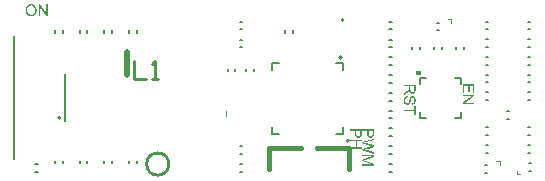
<source format=gto>
G04*
G04 #@! TF.GenerationSoftware,Altium Limited,Altium Designer,21.6.1 (37)*
G04*
G04 Layer_Color=65535*
%FSLAX44Y44*%
%MOMM*%
G71*
G04*
G04 #@! TF.SameCoordinates,9FB014CB-82BC-4BCF-9562-701BA5A7175F*
G04*
G04*
G04 #@! TF.FilePolarity,Positive*
G04*
G01*
G75*
%ADD10C,0.0100*%
%ADD11C,0.4000*%
%ADD12C,0.2000*%
%ADD13C,0.2540*%
%ADD14C,0.0000*%
%ADD15C,0.1270*%
%ADD16C,0.1524*%
%ADD17C,0.5000*%
%ADD18C,0.1000*%
G36*
X569325Y360902D02*
X573295D01*
Y357092D01*
X569325D01*
Y360902D01*
D02*
G37*
G36*
X618755Y342537D02*
X617599D01*
Y348303D01*
X614625D01*
Y342904D01*
X613469D01*
Y348303D01*
X610156D01*
Y342312D01*
X609000D01*
Y349600D01*
X618755D01*
Y342537D01*
D02*
G37*
G36*
Y339211D02*
X611086Y334093D01*
X618755D01*
Y332853D01*
X609000D01*
Y334192D01*
X616655Y339295D01*
X609000D01*
Y340536D01*
X618755D01*
Y339211D01*
D02*
G37*
G36*
X568924Y344675D02*
X568910Y344562D01*
Y344435D01*
X568896Y344139D01*
X568854Y343829D01*
X568811Y343491D01*
X568741Y343181D01*
X568699Y343026D01*
X568656Y342899D01*
Y342884D01*
X568642Y342870D01*
X568600Y342786D01*
X568544Y342659D01*
X568445Y342504D01*
X568318Y342335D01*
X568149Y342151D01*
X567952Y341982D01*
X567726Y341813D01*
X567712D01*
X567698Y341799D01*
X567613Y341743D01*
X567472Y341686D01*
X567289Y341602D01*
X567078Y341531D01*
X566824Y341461D01*
X566556Y341418D01*
X566260Y341404D01*
X566246D01*
X566218D01*
X566161D01*
X566091Y341418D01*
X565992D01*
X565893Y341432D01*
X565654Y341489D01*
X565372Y341573D01*
X565076Y341686D01*
X564780Y341855D01*
X564639Y341968D01*
X564498Y342081D01*
X564484Y342095D01*
X564470Y342109D01*
X564427Y342151D01*
X564385Y342208D01*
X564329Y342278D01*
X564272Y342363D01*
X564202Y342476D01*
X564117Y342589D01*
X564047Y342729D01*
X563976Y342884D01*
X563892Y343054D01*
X563821Y343237D01*
X563765Y343448D01*
X563694Y343660D01*
X563652Y343899D01*
X563610Y344153D01*
X563596Y344125D01*
X563567Y344069D01*
X563511Y343984D01*
X563455Y343871D01*
X563300Y343618D01*
X563201Y343491D01*
X563116Y343378D01*
X563088Y343350D01*
X563018Y343279D01*
X562905Y343166D01*
X562764Y343026D01*
X562566Y342870D01*
X562355Y342687D01*
X562101Y342504D01*
X561819Y342307D01*
X559169Y340629D01*
Y342236D01*
X561199Y343519D01*
X561213D01*
X561241Y343547D01*
X561284Y343575D01*
X561340Y343618D01*
X561495Y343716D01*
X561693Y343843D01*
X561904Y343998D01*
X562130Y344153D01*
X562341Y344308D01*
X562538Y344449D01*
X562552Y344463D01*
X562609Y344506D01*
X562693Y344576D01*
X562792Y344675D01*
X563004Y344886D01*
X563102Y344999D01*
X563187Y345112D01*
X563201Y345126D01*
X563215Y345154D01*
X563243Y345210D01*
X563285Y345295D01*
X563328Y345380D01*
X563370Y345478D01*
X563441Y345704D01*
Y345718D01*
X563455Y345746D01*
Y345803D01*
X563469Y345873D01*
X563483Y345972D01*
Y346085D01*
X563497Y346240D01*
Y347903D01*
X559169D01*
Y349200D01*
X568924D01*
Y344675D01*
D02*
G37*
G36*
X562411Y338599D02*
X562397D01*
X562383D01*
X562341Y338585D01*
X562285D01*
X562158Y338557D01*
X561974Y338514D01*
X561791Y338458D01*
X561580Y338402D01*
X561382Y338303D01*
X561199Y338204D01*
X561185Y338190D01*
X561129Y338148D01*
X561030Y338077D01*
X560931Y337965D01*
X560804Y337824D01*
X560677Y337669D01*
X560551Y337457D01*
X560438Y337232D01*
Y337217D01*
X560424Y337203D01*
X560410Y337161D01*
X560396Y337119D01*
X560353Y336978D01*
X560297Y336795D01*
X560241Y336569D01*
X560198Y336315D01*
X560170Y336033D01*
X560156Y335723D01*
Y335596D01*
X560170Y335455D01*
X560184Y335286D01*
X560212Y335089D01*
X560241Y334863D01*
X560297Y334638D01*
X560367Y334426D01*
X560382Y334398D01*
X560410Y334328D01*
X560466Y334229D01*
X560522Y334102D01*
X560621Y333975D01*
X560720Y333834D01*
X560833Y333693D01*
X560974Y333581D01*
X560988Y333566D01*
X561044Y333538D01*
X561115Y333496D01*
X561227Y333439D01*
X561340Y333383D01*
X561481Y333341D01*
X561636Y333313D01*
X561805Y333298D01*
X561819D01*
X561890D01*
X561974Y333313D01*
X562087Y333327D01*
X562200Y333369D01*
X562341Y333411D01*
X562482Y333482D01*
X562609Y333581D01*
X562623Y333595D01*
X562665Y333637D01*
X562722Y333693D01*
X562806Y333792D01*
X562891Y333905D01*
X562989Y334060D01*
X563088Y334243D01*
X563173Y334454D01*
X563187Y334469D01*
X563201Y334539D01*
X563243Y334652D01*
X563257Y334722D01*
X563285Y334821D01*
X563328Y334920D01*
X563356Y335047D01*
X563398Y335187D01*
X563441Y335357D01*
X563483Y335526D01*
X563539Y335723D01*
X563596Y335949D01*
X563652Y336188D01*
Y336203D01*
X563666Y336245D01*
X563680Y336315D01*
X563708Y336400D01*
X563737Y336513D01*
X563765Y336640D01*
X563849Y336922D01*
X563948Y337232D01*
X564047Y337556D01*
X564145Y337838D01*
X564202Y337965D01*
X564258Y338077D01*
Y338092D01*
X564272Y338106D01*
X564329Y338190D01*
X564399Y338317D01*
X564512Y338458D01*
X564639Y338627D01*
X564794Y338796D01*
X564977Y338965D01*
X565174Y339106D01*
X565203Y339121D01*
X565273Y339163D01*
X565386Y339219D01*
X565527Y339276D01*
X565710Y339332D01*
X565922Y339389D01*
X566147Y339431D01*
X566387Y339445D01*
X566401D01*
X566415D01*
X566457D01*
X566514D01*
X566655Y339417D01*
X566838Y339389D01*
X567049Y339346D01*
X567289Y339276D01*
X567529Y339177D01*
X567768Y339036D01*
X567782D01*
X567797Y339022D01*
X567881Y338951D01*
X567994Y338853D01*
X568135Y338726D01*
X568290Y338557D01*
X568459Y338345D01*
X568614Y338092D01*
X568755Y337810D01*
Y337795D01*
X568769Y337767D01*
X568783Y337725D01*
X568811Y337669D01*
X568840Y337598D01*
X568868Y337500D01*
X568924Y337288D01*
X568981Y337020D01*
X569037Y336710D01*
X569079Y336386D01*
X569093Y336019D01*
Y335836D01*
X569079Y335737D01*
Y335639D01*
X569051Y335371D01*
X569009Y335075D01*
X568938Y334765D01*
X568854Y334426D01*
X568741Y334116D01*
Y334102D01*
X568727Y334074D01*
X568699Y334032D01*
X568671Y333975D01*
X568600Y333834D01*
X568473Y333651D01*
X568332Y333439D01*
X568149Y333228D01*
X567938Y333031D01*
X567698Y332847D01*
X567684D01*
X567670Y332833D01*
X567627Y332805D01*
X567585Y332777D01*
X567444Y332706D01*
X567261Y332622D01*
X567035Y332523D01*
X566767Y332453D01*
X566485Y332382D01*
X566175Y332354D01*
X566077Y333595D01*
X566091D01*
X566119D01*
X566161Y333609D01*
X566232Y333623D01*
X566387Y333665D01*
X566598Y333722D01*
X566824Y333806D01*
X567049Y333933D01*
X567261Y334088D01*
X567458Y334285D01*
X567472Y334314D01*
X567529Y334384D01*
X567613Y334525D01*
X567698Y334708D01*
X567782Y334948D01*
X567867Y335230D01*
X567923Y335582D01*
X567938Y335977D01*
Y336174D01*
X567923Y336259D01*
X567909Y336372D01*
X567881Y336625D01*
X567825Y336907D01*
X567754Y337189D01*
X567641Y337457D01*
X567571Y337570D01*
X567500Y337683D01*
X567486Y337711D01*
X567430Y337767D01*
X567331Y337852D01*
X567219Y337937D01*
X567063Y338035D01*
X566894Y338120D01*
X566697Y338176D01*
X566471Y338204D01*
X566443D01*
X566387D01*
X566288Y338190D01*
X566175Y338162D01*
X566034Y338120D01*
X565893Y338049D01*
X565752Y337965D01*
X565611Y337838D01*
X565597Y337824D01*
X565555Y337753D01*
X565513Y337697D01*
X565485Y337640D01*
X565442Y337556D01*
X565386Y337457D01*
X565344Y337330D01*
X565287Y337189D01*
X565231Y337034D01*
X565160Y336851D01*
X565104Y336654D01*
X565033Y336428D01*
X564977Y336174D01*
X564907Y335892D01*
Y335878D01*
X564893Y335822D01*
X564878Y335737D01*
X564850Y335639D01*
X564822Y335512D01*
X564780Y335357D01*
X564738Y335202D01*
X564695Y335033D01*
X564596Y334666D01*
X564498Y334314D01*
X564441Y334144D01*
X564385Y333989D01*
X564343Y333848D01*
X564286Y333736D01*
Y333722D01*
X564272Y333693D01*
X564244Y333651D01*
X564216Y333595D01*
X564131Y333439D01*
X564019Y333256D01*
X563863Y333045D01*
X563694Y332833D01*
X563497Y332636D01*
X563285Y332467D01*
X563257Y332453D01*
X563187Y332396D01*
X563060Y332340D01*
X562891Y332255D01*
X562693Y332185D01*
X562454Y332114D01*
X562186Y332072D01*
X561904Y332058D01*
X561890D01*
X561876D01*
X561833D01*
X561777D01*
X561622Y332086D01*
X561425Y332114D01*
X561199Y332171D01*
X560960Y332241D01*
X560706Y332354D01*
X560438Y332509D01*
X560424D01*
X560410Y332523D01*
X560325Y332594D01*
X560198Y332692D01*
X560057Y332833D01*
X559888Y333017D01*
X559705Y333242D01*
X559536Y333496D01*
X559381Y333792D01*
Y333806D01*
X559366Y333834D01*
X559352Y333876D01*
X559324Y333933D01*
X559296Y334017D01*
X559254Y334116D01*
X559197Y334342D01*
X559127Y334610D01*
X559056Y334934D01*
X559014Y335286D01*
X559000Y335667D01*
Y335892D01*
X559014Y336005D01*
Y336132D01*
X559028Y336273D01*
X559042Y336442D01*
X559099Y336795D01*
X559155Y337161D01*
X559254Y337528D01*
X559381Y337880D01*
Y337894D01*
X559395Y337922D01*
X559423Y337965D01*
X559451Y338021D01*
X559536Y338190D01*
X559663Y338388D01*
X559832Y338613D01*
X560029Y338853D01*
X560269Y339078D01*
X560536Y339290D01*
X560551D01*
X560579Y339318D01*
X560621Y339332D01*
X560677Y339374D01*
X560748Y339403D01*
X560833Y339445D01*
X561044Y339543D01*
X561312Y339642D01*
X561608Y339727D01*
X561946Y339783D01*
X562299Y339811D01*
X562411Y338599D01*
D02*
G37*
G36*
X568924Y323290D02*
X567768D01*
Y326504D01*
X559169D01*
Y327801D01*
X567768D01*
Y331015D01*
X568924D01*
Y323290D01*
D02*
G37*
G36*
X533768Y307637D02*
X533754Y307425D01*
X533739Y307185D01*
X533725Y306932D01*
X533697Y306692D01*
X533669Y306481D01*
Y306452D01*
X533641Y306354D01*
X533613Y306227D01*
X533570Y306058D01*
X533500Y305874D01*
X533415Y305677D01*
X533316Y305466D01*
X533204Y305282D01*
X533190Y305254D01*
X533147Y305198D01*
X533063Y305113D01*
X532964Y305000D01*
X532837Y304874D01*
X532668Y304747D01*
X532485Y304606D01*
X532273Y304493D01*
X532245Y304479D01*
X532175Y304451D01*
X532048Y304394D01*
X531879Y304338D01*
X531681Y304296D01*
X531456Y304239D01*
X531202Y304211D01*
X530934Y304197D01*
X530920D01*
X530878D01*
X530821D01*
X530723Y304211D01*
X530624Y304225D01*
X530497Y304239D01*
X530356Y304267D01*
X530201Y304296D01*
X529877Y304394D01*
X529708Y304451D01*
X529524Y304535D01*
X529341Y304634D01*
X529172Y304732D01*
X529003Y304859D01*
X528834Y305000D01*
X528820Y305014D01*
X528791Y305043D01*
X528749Y305085D01*
X528707Y305155D01*
X528636Y305240D01*
X528566Y305353D01*
X528481Y305494D01*
X528411Y305649D01*
X528326Y305832D01*
X528242Y306043D01*
X528171Y306269D01*
X528115Y306537D01*
X528058Y306819D01*
X528016Y307129D01*
X527988Y307481D01*
X527974Y307848D01*
Y310343D01*
X524012D01*
Y311640D01*
X533768D01*
Y307637D01*
D02*
G37*
G36*
Y302111D02*
X527368Y300658D01*
X527354D01*
X527325Y300644D01*
X527269Y300630D01*
X527198Y300616D01*
X527100Y300602D01*
X527001Y300574D01*
X526874Y300546D01*
X526733Y300518D01*
X526437Y300447D01*
X526099Y300376D01*
X525732Y300306D01*
X525366Y300236D01*
X525380D01*
X525436Y300222D01*
X525507Y300193D01*
X525620Y300179D01*
X525732Y300151D01*
X525873Y300109D01*
X526183Y300038D01*
X526493Y299954D01*
X526649Y299925D01*
X526790Y299883D01*
X526916Y299855D01*
X527029Y299827D01*
X527114Y299799D01*
X527170Y299785D01*
X533768Y297938D01*
Y296373D01*
X528820Y294991D01*
X528805D01*
X528735Y294963D01*
X528636Y294935D01*
X528509Y294907D01*
X528340Y294865D01*
X528157Y294808D01*
X527946Y294752D01*
X527706Y294695D01*
X527438Y294625D01*
X527170Y294569D01*
X526592Y294442D01*
X525986Y294315D01*
X525366Y294216D01*
X525380D01*
X525408Y294202D01*
X525465D01*
X525535Y294174D01*
X525620Y294160D01*
X525718Y294132D01*
X525845Y294118D01*
X525986Y294075D01*
X526296Y294005D01*
X526663Y293920D01*
X527057Y293836D01*
X527494Y293723D01*
X533768Y292200D01*
Y290889D01*
X524012Y293568D01*
Y294836D01*
X531442Y296880D01*
X531456D01*
X531484Y296895D01*
X531526Y296909D01*
X531597Y296923D01*
X531752Y296965D01*
X531935Y297007D01*
X532132Y297064D01*
X532316Y297120D01*
X532471Y297162D01*
X532541Y297176D01*
X532583Y297191D01*
X532569D01*
X532555Y297205D01*
X532471Y297219D01*
X532344Y297247D01*
X532189Y297289D01*
X532020Y297332D01*
X531822Y297388D01*
X531625Y297430D01*
X531442Y297487D01*
X524012Y299545D01*
Y300898D01*
X533768Y303450D01*
Y302111D01*
D02*
G37*
G36*
Y287788D02*
X526846Y285476D01*
X526832D01*
X526804Y285462D01*
X526761Y285448D01*
X526691Y285420D01*
X526522Y285363D01*
X526310Y285293D01*
X526071Y285222D01*
X525831Y285138D01*
X525605Y285067D01*
X525408Y285011D01*
X525436Y284997D01*
X525507Y284983D01*
X525634Y284940D01*
X525803Y284884D01*
X526028Y284813D01*
X526296Y284715D01*
X526606Y284616D01*
X526973Y284489D01*
X533768Y282149D01*
Y280415D01*
X524012D01*
Y281656D01*
X532175D01*
X524012Y284503D01*
Y285659D01*
X532316Y288479D01*
X524012D01*
Y289719D01*
X533768D01*
Y287788D01*
D02*
G37*
G36*
X523387Y307636D02*
X523373Y307425D01*
X523359Y307185D01*
X523345Y306932D01*
X523317Y306692D01*
X523289Y306481D01*
Y306452D01*
X523261Y306354D01*
X523232Y306227D01*
X523190Y306058D01*
X523120Y305874D01*
X523035Y305677D01*
X522936Y305466D01*
X522824Y305282D01*
X522809Y305254D01*
X522767Y305198D01*
X522683Y305113D01*
X522584Y305000D01*
X522457Y304873D01*
X522288Y304747D01*
X522105Y304606D01*
X521893Y304493D01*
X521865Y304479D01*
X521795Y304450D01*
X521668Y304394D01*
X521498Y304338D01*
X521301Y304296D01*
X521076Y304239D01*
X520822Y304211D01*
X520554Y304197D01*
X520540D01*
X520498D01*
X520441D01*
X520342Y304211D01*
X520244Y304225D01*
X520117Y304239D01*
X519976Y304267D01*
X519821Y304296D01*
X519497Y304394D01*
X519328Y304450D01*
X519144Y304535D01*
X518961Y304634D01*
X518792Y304732D01*
X518623Y304859D01*
X518453Y305000D01*
X518439Y305014D01*
X518411Y305043D01*
X518369Y305085D01*
X518327Y305155D01*
X518256Y305240D01*
X518186Y305353D01*
X518101Y305494D01*
X518031Y305649D01*
X517946Y305832D01*
X517862Y306043D01*
X517791Y306269D01*
X517735Y306537D01*
X517678Y306819D01*
X517636Y307129D01*
X517608Y307481D01*
X517594Y307848D01*
Y310343D01*
X513632D01*
Y311640D01*
X523387D01*
Y307636D01*
D02*
G37*
G36*
Y301208D02*
X519384D01*
Y296161D01*
X523387D01*
Y294865D01*
X513632D01*
Y296161D01*
X518228D01*
Y301208D01*
X513632D01*
Y302505D01*
X523387D01*
Y301208D01*
D02*
G37*
G36*
X257432Y407469D02*
X256093D01*
X250990Y415124D01*
Y407469D01*
X249749D01*
Y417224D01*
X251075D01*
X256192Y409556D01*
Y417224D01*
X257432D01*
Y407469D01*
D02*
G37*
G36*
X243659Y417379D02*
X243786D01*
X243913Y417365D01*
X244082Y417337D01*
X244251Y417309D01*
X244618Y417238D01*
X245041Y417126D01*
X245450Y416956D01*
X245661Y416858D01*
X245873Y416745D01*
X245887Y416731D01*
X245915Y416717D01*
X245971Y416674D01*
X246056Y416632D01*
X246140Y416562D01*
X246253Y416477D01*
X246493Y416280D01*
X246747Y416026D01*
X247029Y415716D01*
X247297Y415349D01*
X247522Y414941D01*
Y414926D01*
X247550Y414884D01*
X247578Y414828D01*
X247607Y414743D01*
X247663Y414630D01*
X247705Y414504D01*
X247762Y414348D01*
X247818Y414179D01*
X247860Y413996D01*
X247917Y413799D01*
X247973Y413573D01*
X248015Y413348D01*
X248072Y412854D01*
X248100Y412318D01*
Y412304D01*
Y412248D01*
Y412178D01*
X248086Y412065D01*
Y411938D01*
X248072Y411783D01*
X248044Y411614D01*
X248029Y411430D01*
X247959Y411022D01*
X247846Y410570D01*
X247691Y410119D01*
X247607Y409894D01*
X247494Y409668D01*
Y409654D01*
X247466Y409612D01*
X247437Y409556D01*
X247381Y409471D01*
X247325Y409372D01*
X247254Y409274D01*
X247057Y409006D01*
X246817Y408724D01*
X246535Y408428D01*
X246197Y408146D01*
X245802Y407892D01*
X245788D01*
X245760Y407864D01*
X245689Y407836D01*
X245605Y407793D01*
X245506Y407751D01*
X245393Y407709D01*
X245252Y407652D01*
X245097Y407596D01*
X244928Y407540D01*
X244745Y407483D01*
X244336Y407399D01*
X243899Y407328D01*
X243434Y407300D01*
X243293D01*
X243208Y407314D01*
X243081D01*
X242941Y407342D01*
X242785Y407356D01*
X242602Y407385D01*
X242222Y407469D01*
X241813Y407582D01*
X241390Y407751D01*
X241178Y407850D01*
X240967Y407963D01*
X240953Y407977D01*
X240925Y407991D01*
X240868Y408033D01*
X240784Y408089D01*
X240699Y408146D01*
X240600Y408230D01*
X240361Y408442D01*
X240093Y408696D01*
X239811Y409006D01*
X239557Y409358D01*
X239318Y409767D01*
Y409781D01*
X239289Y409823D01*
X239261Y409880D01*
X239233Y409964D01*
X239191Y410077D01*
X239148Y410204D01*
X239092Y410345D01*
X239050Y410500D01*
X238993Y410683D01*
X238937Y410867D01*
X238852Y411289D01*
X238796Y411726D01*
X238768Y412206D01*
Y412220D01*
Y412234D01*
Y412318D01*
X238782Y412445D01*
Y412615D01*
X238810Y412812D01*
X238838Y413052D01*
X238881Y413319D01*
X238937Y413601D01*
X238993Y413897D01*
X239078Y414207D01*
X239191Y414518D01*
X239318Y414842D01*
X239459Y415152D01*
X239642Y415462D01*
X239839Y415744D01*
X240065Y416012D01*
X240079Y416026D01*
X240121Y416068D01*
X240206Y416139D01*
X240304Y416223D01*
X240431Y416336D01*
X240586Y416449D01*
X240770Y416576D01*
X240981Y416703D01*
X241207Y416830D01*
X241460Y416956D01*
X241742Y417069D01*
X242038Y417182D01*
X242362Y417267D01*
X242701Y417337D01*
X243053Y417379D01*
X243434Y417393D01*
X243561D01*
X243659Y417379D01*
D02*
G37*
%LPC*%
G36*
X567839Y347903D02*
X564611D01*
Y344999D01*
X564625Y344830D01*
X564639Y344632D01*
X564653Y344407D01*
X564681Y344181D01*
X564723Y343956D01*
X564780Y343759D01*
X564794Y343730D01*
X564822Y343674D01*
X564864Y343589D01*
X564921Y343477D01*
X565005Y343350D01*
X565104Y343223D01*
X565231Y343096D01*
X565372Y342997D01*
X565386Y342983D01*
X565442Y342955D01*
X565527Y342913D01*
X565640Y342856D01*
X565766Y342814D01*
X565908Y342772D01*
X566077Y342743D01*
X566246Y342729D01*
X566260D01*
X566274D01*
X566359Y342743D01*
X566485Y342758D01*
X566655Y342786D01*
X566824Y342856D01*
X567021Y342941D01*
X567204Y343068D01*
X567388Y343237D01*
X567402Y343265D01*
X567458Y343336D01*
X567529Y343448D01*
X567613Y343632D01*
X567698Y343843D01*
X567768Y344125D01*
X567825Y344449D01*
X567839Y344830D01*
Y347903D01*
D02*
G37*
G36*
X532612Y310343D02*
X529130D01*
Y307721D01*
X529144Y307622D01*
Y307524D01*
X529158Y307411D01*
X529186Y307143D01*
X529243Y306847D01*
X529327Y306551D01*
X529440Y306283D01*
X529510Y306156D01*
X529595Y306058D01*
X529623Y306029D01*
X529679Y305973D01*
X529792Y305889D01*
X529933Y305790D01*
X530117Y305691D01*
X530342Y305606D01*
X530596Y305550D01*
X530892Y305522D01*
X530906D01*
X530920D01*
X530990D01*
X531117Y305536D01*
X531258Y305564D01*
X531413Y305592D01*
X531597Y305649D01*
X531766Y305733D01*
X531935Y305832D01*
X531949Y305846D01*
X532006Y305889D01*
X532076Y305959D01*
X532175Y306043D01*
X532273Y306170D01*
X532358Y306311D01*
X532443Y306466D01*
X532513Y306650D01*
Y306664D01*
X532527Y306720D01*
X532541Y306805D01*
X532569Y306917D01*
X532583Y307087D01*
X532598Y307298D01*
X532612Y307552D01*
Y310343D01*
D02*
G37*
G36*
X522231Y310343D02*
X518750D01*
Y307721D01*
X518764Y307622D01*
Y307524D01*
X518778Y307411D01*
X518806Y307143D01*
X518862Y306847D01*
X518947Y306551D01*
X519060Y306283D01*
X519130Y306156D01*
X519215Y306058D01*
X519243Y306029D01*
X519299Y305973D01*
X519412Y305888D01*
X519553Y305790D01*
X519736Y305691D01*
X519962Y305606D01*
X520216Y305550D01*
X520512Y305522D01*
X520526D01*
X520540D01*
X520610D01*
X520737Y305536D01*
X520878Y305564D01*
X521033Y305592D01*
X521217Y305649D01*
X521386Y305733D01*
X521555Y305832D01*
X521569Y305846D01*
X521625Y305888D01*
X521696Y305959D01*
X521795Y306043D01*
X521893Y306170D01*
X521978Y306311D01*
X522062Y306466D01*
X522133Y306650D01*
Y306664D01*
X522147Y306720D01*
X522161Y306805D01*
X522189Y306917D01*
X522203Y307087D01*
X522217Y307298D01*
X522231Y307552D01*
Y310343D01*
D02*
G37*
G36*
X243434Y416280D02*
X243307D01*
X243208Y416266D01*
X243081Y416252D01*
X242955Y416223D01*
X242799Y416195D01*
X242630Y416167D01*
X242264Y416054D01*
X242066Y415970D01*
X241869Y415885D01*
X241658Y415772D01*
X241460Y415645D01*
X241263Y415504D01*
X241080Y415335D01*
X241066Y415321D01*
X241037Y415293D01*
X240995Y415237D01*
X240925Y415152D01*
X240854Y415053D01*
X240770Y414926D01*
X240685Y414771D01*
X240586Y414588D01*
X240502Y414391D01*
X240403Y414151D01*
X240319Y413897D01*
X240248Y413615D01*
X240177Y413305D01*
X240135Y412953D01*
X240107Y412586D01*
X240093Y412192D01*
Y412178D01*
Y412121D01*
Y412023D01*
X240107Y411896D01*
X240121Y411755D01*
X240149Y411586D01*
X240177Y411388D01*
X240206Y411191D01*
X240319Y410740D01*
X240403Y410514D01*
X240488Y410275D01*
X240600Y410049D01*
X240727Y409823D01*
X240868Y409612D01*
X241037Y409414D01*
X241052Y409400D01*
X241080Y409372D01*
X241136Y409316D01*
X241207Y409259D01*
X241305Y409175D01*
X241418Y409090D01*
X241545Y409006D01*
X241686Y408907D01*
X241855Y408808D01*
X242038Y408724D01*
X242236Y408639D01*
X242447Y408555D01*
X242673Y408498D01*
X242898Y408442D01*
X243152Y408414D01*
X243420Y408400D01*
X243490D01*
X243561Y408414D01*
X243659D01*
X243786Y408428D01*
X243927Y408456D01*
X244097Y408484D01*
X244266Y408526D01*
X244463Y408583D01*
X244646Y408653D01*
X244858Y408724D01*
X245055Y408823D01*
X245252Y408949D01*
X245450Y409076D01*
X245647Y409231D01*
X245830Y409414D01*
X245844Y409429D01*
X245873Y409457D01*
X245915Y409527D01*
X245986Y409612D01*
X246056Y409711D01*
X246126Y409837D01*
X246211Y409992D01*
X246310Y410162D01*
X246394Y410359D01*
X246479Y410585D01*
X246549Y410824D01*
X246634Y411078D01*
X246690Y411360D01*
X246733Y411670D01*
X246761Y411994D01*
X246775Y412333D01*
Y412347D01*
Y412389D01*
Y412445D01*
Y412530D01*
X246761Y412629D01*
Y412756D01*
X246747Y412882D01*
X246719Y413037D01*
X246676Y413362D01*
X246606Y413700D01*
X246507Y414067D01*
X246366Y414405D01*
Y414419D01*
X246352Y414447D01*
X246324Y414490D01*
X246296Y414546D01*
X246197Y414715D01*
X246070Y414912D01*
X245901Y415138D01*
X245689Y415364D01*
X245450Y415589D01*
X245182Y415786D01*
X245168D01*
X245154Y415815D01*
X245111Y415829D01*
X245041Y415871D01*
X244970Y415899D01*
X244886Y415942D01*
X244674Y416040D01*
X244421Y416125D01*
X244125Y416209D01*
X243786Y416266D01*
X243434Y416280D01*
D02*
G37*
%LPD*%
D10*
X502688Y295229D02*
G03*
X502683Y295227I0J-7D01*
G01*
D11*
X459503D02*
G03*
X459498Y295229I-5J-5D01*
G01*
X485865D02*
X512843D01*
X445107Y277457D02*
Y295239D01*
X512843Y277447D02*
Y295229D01*
X445225D02*
X472203D01*
D12*
X512573Y301577D02*
G03*
X512573Y301577I-1000J0D01*
G01*
X268281Y321307D02*
G03*
X268281Y321307I-1000J0D01*
G01*
X284580Y282778D02*
Y284778D01*
X291080Y282778D02*
Y284778D01*
X263750Y282778D02*
Y284778D01*
X270250Y282778D02*
Y284778D01*
X326240Y282778D02*
Y284778D01*
X332740Y282778D02*
Y284778D01*
X311910Y282778D02*
Y284778D01*
X305410Y282778D02*
Y284778D01*
X291080Y393234D02*
Y395234D01*
X284580Y393234D02*
Y395234D01*
X263750Y393234D02*
Y395234D01*
X270250Y393234D02*
Y395234D01*
X332740Y393234D02*
Y395234D01*
X326240Y393234D02*
Y395234D01*
X305410Y393234D02*
Y395234D01*
X311910Y393234D02*
Y395234D01*
X247100Y275556D02*
X249100D01*
X247100Y282056D02*
X249100D01*
X566150Y379000D02*
Y381000D01*
X572650Y379000D02*
Y381000D01*
X591150Y379222D02*
Y381222D01*
X584650Y379222D02*
Y381222D01*
X603150Y379000D02*
Y381000D01*
X609650Y379000D02*
Y381000D01*
X664242Y298203D02*
X666242D01*
X664242Y291703D02*
X666242D01*
X664242Y306600D02*
X666242D01*
X664242Y313100D02*
X666242D01*
X664242Y366187D02*
X666242D01*
X664242Y372687D02*
X666242D01*
X664242Y336393D02*
X666242D01*
X664242Y342893D02*
X666242D01*
X664242Y357790D02*
X666242D01*
X664242Y351290D02*
X666242D01*
X664242Y381084D02*
X666242D01*
X664242Y387584D02*
X666242D01*
X664242Y402480D02*
X666242D01*
X664242Y395980D02*
X666242D01*
X628567Y298203D02*
X630567D01*
X628567Y291703D02*
X630567D01*
X628567Y313100D02*
X630567D01*
X628567Y306600D02*
X630567D01*
X646154Y327050D02*
X648155D01*
X646154Y320550D02*
X648155D01*
X628567Y336393D02*
X630567D01*
X628567Y342893D02*
X630567D01*
X628567Y351290D02*
X630567D01*
X628567Y357790D02*
X630567D01*
X628567Y372687D02*
X630567D01*
X628567Y366187D02*
X630567D01*
X628567Y381084D02*
X630567D01*
X628567Y387584D02*
X630567D01*
X546798Y387427D02*
X548798D01*
X546798Y380927D02*
X548798D01*
X409807Y360354D02*
Y362354D01*
X416307Y360354D02*
Y362354D01*
X229100Y286249D02*
Y390499D01*
X501376Y367467D02*
X507376D01*
Y361467D02*
Y367467D01*
Y307467D02*
Y313467D01*
X501376Y307467D02*
X507376D01*
X447376Y367467D02*
X453376D01*
X447376Y361467D02*
Y367467D01*
Y307467D02*
Y313467D01*
Y307467D02*
X453376D01*
X665022Y282784D02*
X667022D01*
X665022Y276284D02*
X667022D01*
X546798Y320715D02*
X548798D01*
X546798Y327215D02*
X548798D01*
X425691Y360354D02*
Y362354D01*
X432191Y360354D02*
Y362354D01*
X420059Y282056D02*
X422059D01*
X420059Y275556D02*
X422059D01*
X420059Y297109D02*
X422059D01*
X420059Y290609D02*
X422059D01*
X586819Y395097D02*
X588819D01*
X586819Y401597D02*
X588819D01*
X546798Y357321D02*
X548798D01*
X546798Y350821D02*
X548798D01*
X465250Y393259D02*
Y395258D01*
X458750Y393259D02*
Y395258D01*
X628567Y395980D02*
X630567D01*
X628567Y402481D02*
X630567D01*
X546798Y312162D02*
X548798D01*
X546798Y305662D02*
X548798D01*
X546798Y297109D02*
X548798D01*
X546798Y290609D02*
X548798D01*
X420059Y387427D02*
X422059D01*
X420059Y380927D02*
X422059D01*
X420059Y402481D02*
X422059D01*
X420059Y395980D02*
X422059D01*
X546798Y372374D02*
X548798D01*
X546798Y365874D02*
X548798D01*
X546798Y395980D02*
X548798D01*
X546798Y402481D02*
X548798D01*
X546798Y275556D02*
X548798D01*
X546798Y282056D02*
X548798D01*
X546798Y335768D02*
X548798D01*
X546798Y342268D02*
X548798D01*
X627787Y274828D02*
X629787D01*
X627787Y281328D02*
X629787D01*
D13*
X360034Y282000D02*
G03*
X360034Y282000I-9434J0D01*
G01*
X330254Y369565D02*
Y354330D01*
X340411D01*
X345489D02*
X350567D01*
X348028D01*
Y369565D01*
X345489Y367026D01*
D14*
X508149Y404123D02*
G03*
X508149Y404123I-1270J0D01*
G01*
D15*
X506546Y371927D02*
G03*
X506546Y371927I-1270J0D01*
G01*
X271750Y318374D02*
Y358374D01*
D16*
X408807Y322683D02*
G03*
X408807Y326239I-2276J1778D01*
G01*
Y322683D02*
G03*
X408807Y326239I-2276J1778D01*
G01*
X573085Y354940D02*
X578002D01*
X573085Y320904D02*
X578002D01*
X607121D02*
Y325821D01*
X602205Y354940D02*
X607121D01*
X573085Y350023D02*
Y354940D01*
Y320904D02*
Y325821D01*
X602205Y320904D02*
X607121D01*
Y350023D02*
Y354940D01*
D17*
X325000Y357000D02*
Y377000D01*
D18*
X654740Y273328D02*
Y276078D01*
Y273328D02*
X657490D01*
X599101Y401803D02*
Y404553D01*
X596351D02*
X599101D01*
X640069Y281534D02*
Y284284D01*
X637319D02*
X640069D01*
M02*

</source>
